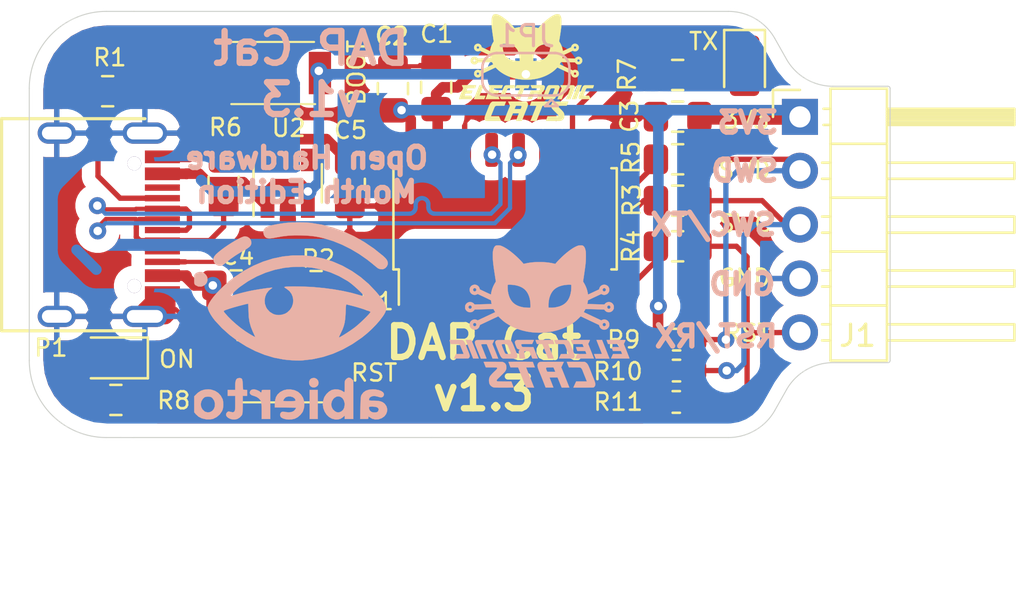
<source format=kicad_pcb>
(kicad_pcb (version 20221018) (generator pcbnew)
  (title_block (title "CMSIS DAP Cat") (date "2020-08-08") (rev "1.0") (company "Electronic Cats") (comment 1 "Ricardo Mena C rgacort12@gmail.com") (comment 2 "Felipe Islas") (comment 3 "Eduaro Wero") (comment 4 "Andres Sabas"))
  (layers (0 "F.Cu" signal) (31 "B.Cu" signal) (34 "B.Paste" user) (35 "F.Paste" user) (36 "B.SilkS" user "B.Silkscreen") (37 "F.SilkS" user "F.Silkscreen") (38 "B.Mask" user) (39 "F.Mask" user) (44 "Edge.Cuts" user))
  (net 0 "")
  (net 1 "GND")
  (net 2 "+5V")
  (net 3 "+3V3")
  (net 4 "Net-(D1-Pad2)")
  (net 5 "Net-(D2-Pad2)")
  (net 6 "/RESET")
  (net 7 "/SWCLK")
  (net 8 "/SWDIO")
  (net 9 "Net-(P1-PadB5)")
  (net 10 "/D+")
  (net 11 "/D-")
  (net 12 "Net-(P1-PadA5)")
  (net 13 "Net-(R3-Pad2)")
  (net 14 "Net-(R4-Pad2)")
  (net 15 "Net-(R5-Pad2)")
  (net 16 "Net-(R6-Pad2)")
  (net 17 "/LED")
  (net 18 "/RST")
  (net 19 "Net-(U1-Pad11)")
  (net 20 "Net-(U1-Pad9)")
  (net 21 "Net-(U1-Pad5)")
  (net 22 "Net-(U1-Pad4)")
  (net 23 "Net-(U1-Pad3)")
  (net 24 "Net-(U1-Pad2)")
  (net 25 "Net-(U2-Pad4)")
  (net 26 "Net-(C1-Pad1)")
  (footprint "Resistor_SMD:R_0805_2012Metric_Pad1.15x1.40mm_HandSolder" (layer "F.Cu") (at 140.462 70.6882 90)
    (fp_text reference "R6" (at 2.5882 0.088 180) (layer "F.SilkS") (effects (font (size 0.8 0.8) (thickness 0.12))))
    (fp_text value "20K")
    (pad "1" smd roundrect (at -1.025 0 90) (size 1.15 1.4) (layers "F.Cu" "F.Paste" "F.Mask") (roundrect_rratio 0.217391) (net 10 "/D+"))
    (pad "2" smd roundrect (at 1.025 0 90) (size 1.15 1.4) (layers "F.Cu" "F.Paste" "F.Mask") (roundrect_rratio 0.217391) (net 16 "Net-(R6-Pad2)"))
  )
  (footprint "Resistor_SMD:R_0805_2012Metric_Pad1.15x1.40mm_HandSolder" (layer "F.Cu") (at 161.85 73.7108 180)
    (fp_text reference "R4" (at 2.19 -0.0092 90) (layer "F.SilkS") (effects (font (size 0.8 0.8) (thickness 0.12))))
    (fp_text value "150")
    (pad "1" smd roundrect (at -1.025 0 180) (size 1.15 1.4) (layers "F.Cu" "F.Paste" "F.Mask") (roundrect_rratio 0.217391) (net 6 "/RESET"))
    (pad "2" smd roundrect (at 1.025 0 180) (size 1.15 1.4) (layers "F.Cu" "F.Paste" "F.Mask") (roundrect_rratio 0.217391) (net 14 "Net-(R4-Pad2)"))
  )
  (footprint "LED_SMD:LED_0805_2012Metric" (layer "F.Cu") (at 135.20928 78.97368 180)
    (fp_text reference "ON" (at -3.05072 -0.05632) (layer "F.SilkS") (effects (font (size 0.8 0.8) (thickness 0.12))))
    (fp_text value "LED")
    (pad "1" smd roundrect (at -0.9375 0 180) (size 0.975 1.4) (layers "F.Cu" "F.Paste" "F.Mask") (net 1 "GND"))
    (pad "2" smd roundrect (at 0.9375 0 180) (size 0.975 1.4) (layers "F.Cu" "F.Paste" "F.Mask") (net 5 "Net-(D2-Pad2)"))
  )
  (footprint "Resistor_SMD:R_0805_2012Metric_Pad1.15x1.40mm_HandSolder" (layer "F.Cu") (at 161.85 65.6336 180)
    (fp_text reference "R7" (at 2.38 0.0136 90) (layer "F.SilkS") (effects (font (size 0.8 0.8) (thickness 0.12))))
    (fp_text value "1K")
    (pad "1" smd roundrect (at -1.025 0 180) (size 1.15 1.4) (layers "F.Cu" "F.Paste" "F.Mask") (roundrect_rratio 0.217391) (net 4 "Net-(D1-Pad2)"))
    (pad "2" smd roundrect (at 1.025 0 180) (size 1.15 1.4) (layers "F.Cu" "F.Paste" "F.Mask") (roundrect_rratio 0.217391) (net 17 "/LED"))
  )
  (footprint "Resistor_SMD:R_0805_2012Metric_Pad1.15x1.40mm_HandSolder" (layer "F.Cu") (at 135.38708 80.95488)
    (fp_text reference "R8" (at 2.72542 0.0254) (layer "F.SilkS") (effects (font (size 0.8 0.8) (thickness 0.12))))
    (fp_text value "1K")
    (pad "1" smd roundrect (at -1.025 0) (size 1.15 1.4) (layers "F.Cu" "F.Paste" "F.Mask") (roundrect_rratio 0.217391) (net 5 "Net-(D2-Pad2)"))
    (pad "2" smd roundrect (at 1.025 0) (size 1.15 1.4) (layers "F.Cu" "F.Paste" "F.Mask") (roundrect_rratio 0.217391) (net 2 "+5V"))
  )
  (footprint "Resistor_SMD:R_0805_2012Metric_Pad1.15x1.40mm_HandSolder" (layer "F.Cu") (at 135 66.4 180)
    (fp_text reference "R1" (at -0.1 1.59) (layer "F.SilkS") (effects (font (size 0.8 0.8) (thickness 0.12))))
    (fp_text value "5.1K")
    (pad "1" smd roundrect (at -1.025 0 180) (size 1.15 1.4) (layers "F.Cu" "F.Paste" "F.Mask") (roundrect_rratio 0.217391) (net 1 "GND"))
    (pad "2" smd roundrect (at 1.025 0 180) (size 1.15 1.4) (layers "F.Cu" "F.Paste" "F.Mask") (roundrect_rratio 0.217391) (net 12 "Net-(P1-PadA5)"))
  )
  (footprint "Capacitor_SMD:C_0805_2012Metric_Pad1.15x1.40mm_HandSolder" (layer "F.Cu") (at 146.4056 70.7898 -90)
    (fp_text reference "C5" (at -2.5498 -0.0344 180) (layer "F.SilkS") (effects (font (size 0.8 0.8) (thickness 0.12))))
    (fp_text value "1uF")
    (pad "1" smd roundrect (at -1.025 0 270) (size 1.15 1.4) (layers "F.Cu" "F.Paste" "F.Mask") (roundrect_rratio 0.217391) (net 3 "+3V3"))
    (pad "2" smd roundrect (at 1.025 0 270) (size 1.15 1.4) (layers "F.Cu" "F.Paste" "F.Mask") (roundrect_rratio 0.217391) (net 1 "GND"))
  )
  (footprint "LED_SMD:LED_0805_2012Metric" (layer "F.Cu") (at 165 65.2 -90)
    (fp_text reference "TX" (at -1.15 1.925 180) (layer "F.SilkS") (effects (font (size 0.8 0.8) (thickness 0.12))))
    (fp_text value "LED")
    (pad "1" smd roundrect (at -0.9375 0 270) (size 0.975 1.4) (layers "F.Cu" "F.Paste" "F.Mask") (net 1 "GND"))
    (pad "2" smd roundrect (at 0.9375 0 270) (size 0.975 1.4) (layers "F.Cu" "F.Paste" "F.Mask") (net 4 "Net-(D1-Pad2)"))
  )
  (footprint "Resistor_SMD:R_0805_2012Metric_Pad1.15x1.40mm_HandSolder" (layer "F.Cu") (at 161.85 71.56 180)
    (fp_text reference "R3" (at 2.16 0.02 90) (layer "F.SilkS") (effects (font (size 0.8 0.8) (thickness 0.12))))
    (fp_text value "150")
    (pad "1" smd roundrect (at -1.025 0 180) (size 1.15 1.4) (layers "F.Cu" "F.Paste" "F.Mask") (roundrect_rratio 0.217391) (net 7 "/SWCLK"))
    (pad "2" smd roundrect (at 1.025 0 180) (size 1.15 1.4) (layers "F.Cu" "F.Paste" "F.Mask") (roundrect_rratio 0.217391) (net 13 "Net-(R3-Pad2)"))
  )
  (footprint "Capacitor_SMD:C_0805_2012Metric_Pad1.15x1.40mm_HandSolder" (layer "F.Cu") (at 141.04874 75.55484)
    (fp_text reference "C4" (at 0.07626 -1.37984) (layer "F.SilkS") (effects (font (size 0.8 0.8) (thickness 0.12))))
    (fp_text value "1uF")
    (pad "1" smd roundrect (at -1.025 0) (size 1.15 1.4) (layers "F.Cu" "F.Paste" "F.Mask") (roundrect_rratio 0.217391) (net 2 "+5V"))
    (pad "2" smd roundrect (at 1.025 0) (size 1.15 1.4) (layers "F.Cu" "F.Paste" "F.Mask") (roundrect_rratio 0.217391) (net 1 "GND"))
  )
  (footprint "Connectors:C393939" (layer "F.Cu") (at 136.7536 72.6948 -90)
    (fp_text reference "P1" (at 5.8039 4.42722 180) (layer "F.SilkS") (effects (font (size 0.8 0.8) (thickness 0.12))))
    (fp_text value "USB_C_Plug_USB2.0")
    (pad "" thru_hole circle (at -2.89 0.5 270) (size 0.65 0.65) (drill 0.65) (layers "*.Cu" "*.Mask"))
    (pad "" thru_hole circle (at 2.89 0.5 270) (size 0.65 0.65) (drill 0.65) (layers "*.Cu" "*.Mask"))
    (pad "A1" smd rect (at -3.2 -0.825 270) (size 0.6 1.65) (layers "F.Cu" "F.Paste" "F.Mask") (net 1 "GND"))
    (pad "A1" smd rect (at 3.2 -0.825 270) (size 0.6 1.65) (layers "F.Cu" "F.Paste" "F.Mask") (net 1 "GND"))
    (pad "A4" smd rect (at -2.4 -0.825 270) (size 0.6 1.65) (layers "F.Cu" "F.Paste" "F.Mask") (net 2 "+5V"))
    (pad "A4" smd rect (at 2.4 -0.825 270) (size 0.6 1.65) (layers "F.Cu" "F.Paste" "F.Mask") (net 2 "+5V"))
    (pad "A5" smd rect (at -1.25 -0.825 270) (size 0.3 1.65) (layers "F.Cu" "F.Paste" "F.Mask") (net 12 "Net-(P1-PadA5)"))
    (pad "A6" smd rect (at -0.25 -0.825 270) (size 0.3 1.65) (layers "F.Cu" "F.Paste" "F.Mask") (net 10 "/D+"))
    (pad "A6" smd rect (at 0.75 -0.825 270) (size 0.3 1.65) (layers "F.Cu" "F.Paste" "F.Mask") (net 10 "/D+"))
    (pad "A7" smd rect (at -0.75 -0.825 270) (size 0.3 1.65) (layers "F.Cu" "F.Paste" "F.Mask") (net 11 "/D-"))
    (pad "A7" smd rect (at 0.25 -0.825 270) (size 0.3 1.65) (layers "F.Cu" "F.Paste" "F.Mask") (net 11 "/D-"))
    (pad "A8" smd rect (at -1.75 -0.825 270) (size 0.3 1.65) (layers "F.Cu" "F.Paste" "F.Mask"))
    (pad "B5" smd rect (at 1.75 -0.825 270) (size 0.3 1.65) (layers "F.Cu" "F.Paste" "F.Mask") (net 9 "Net-(P1-PadB5)"))
    (pad "B8" smd rect (at 1.25 -0.825 270) (size 0.3 1.65) (layers "F.Cu" "F.Paste" "F.Mask"))
    (pad "S1" thru_hole oval (at -4.32 0 270) (size 1 2.1) (drill oval 0.6 1.7) (layers "*.Cu" "*.Mask") (net 1 "GND"))
    (pad "S1" thru_hole oval (at -4.32 4.15 270) (size 1 1.8) (drill oval 0.6 1.4) (layers "*.Cu" "*.Mask") (net 1 "GND"))
    (pad "S1" thru_hole oval (at 4.32 0 270) (size 1 2.1) (drill oval 0.6 1.7) (layers "*.Cu" "*.Mask") (net 1 "GND"))
    (pad "S1" thru_hole oval (at 4.32 4.15 270) (size 1 1.8) (drill oval 0.6 1.4) (layers "*.Cu" "*.Mask") (net 1 "GND"))
  )
  (footprint "Resistor_SMD:R_0805_2012Metric_Pad1.15x1.40mm_HandSolder" (layer "F.Cu") (at 144.8181 75.58786)
    (fp_text reference "R2" (at 0.1069 -1.28786) (layer "F.SilkS") (effects (font (size 0.8 0.8) (thickness 0.12))))
    (fp_text value "5.1K")
    (pad "1" smd roundrect (at -1.025 0) (size 1.15 1.4) (layers "F.Cu" "F.Paste" "F.Mask") (roundrect_rratio 0.217391) (net 1 "GND"))
    (pad "2" smd roundrect (at 1.025 0) (size 1.15 1.4) (layers "F.Cu" "F.Paste" "F.Mask") (roundrect_rratio 0.217391) (net 9 "Net-(P1-PadB5)"))
  )
  (footprint "Aesthetics:electronic_cats_logo_4x3" (layer "F.Cu") (at 154.72664 65.28562)
    (fp_text reference "G***" hide)
    (fp_text value "LOGO" hide)
  )
  (footprint "Capacitor_SMD:C_0805_2012Metric_Pad1.15x1.40mm_HandSolder" (layer "F.Cu") (at 150.47468 66.2178 90)
    (fp_text reference "C1" (at 2.5146 0.0254 180) (layer "F.SilkS") (effects (font (size 0.8 0.8) (thickness 0.12))))
    (fp_text value "0.1uF")
    (pad "1" smd roundrect (at -1.025 0 90) (size 1.15 1.4) (layers "F.Cu" "F.Paste" "F.Mask") (roundrect_rratio 0.217391) (net 26 "Net-(C1-Pad1)"))
    (pad "2" smd roundrect (at 1.025 0 90) (size 1.15 1.4) (layers "F.Cu" "F.Paste" "F.Mask") (roundrect_rratio 0.217391) (net 1 "GND"))
  )
  (footprint "Capacitor_SMD:C_0805_2012Metric_Pad1.15x1.40mm_HandSolder" (layer "F.Cu") (at 148.4376 66.27738 90)
    (fp_text reference "C2" (at 2.4638 -0.0508 180) (layer "F.SilkS") (effects (font (size 0.8 0.8))))
    (fp_text value "0.1uF")
    (pad "1" smd roundrect (at -1.025 0 90) (size 1.15 1.4) (layers "F.Cu" "F.Paste" "F.Mask") (roundrect_rratio 0.217391) (net 3 "+3V3"))
    (pad "2" smd roundrect (at 1.025 0 90) (size 1.15 1.4) (layers "F.Cu" "F.Paste" "F.Mask") (roundrect_rratio 0.217391) (net 1 "GND"))
  )
  (footprint "Package_SO:SOP-16_4.55x10.3mm_P1.27mm" (layer "F.Cu") (at 153.7208 72.4154 90)
    (fp_text reference "U1" (at -3.89382 -6.04266 180) (layer "F.SilkS") (effects (font (size 0.8 0.8) (thickness 0.12))))
    (fp_text value "CH552G")
    (pad "1" smd roundrect (at -3.25 -4.445 90) (size 1.6 0.6) (layers "F.Cu" "F.Paste" "F.Mask") (net 15 "Net-(R5-Pad2)"))
    (pad "2" smd roundrect (at -3.25 -3.175 90) (size 1.6 0.6) (layers "F.Cu" "F.Paste" "F.Mask") (net 24 "Net-(U1-Pad2)"))
    (pad "3" smd roundrect (at -3.25 -1.905 90) (size 1.6 0.6) (layers "F.Cu" "F.Paste" "F.Mask") (net 23 "Net-(U1-Pad3)"))
    (pad "4" smd roundrect (at -3.25 -0.635 90) (size 1.6 0.6) (layers "F.Cu" "F.Paste" "F.Mask") (net 22 "Net-(U1-Pad4)"))
    (pad "5" smd roundrect (at -3.25 0.635 90) (size 1.6 0.6) (layers "F.Cu" "F.Paste" "F.Mask") (net 21 "Net-(U1-Pad5)"))
    (pad "6" smd roundrect (at -3.25 1.905 90) (size 1.6 0.6) (layers "F.Cu" "F.Paste" "F.Mask") (net 18 "/RST"))
    (pad "7" smd roundrect (at -3.25 3.175 90) (size 1.6 0.6) (layers "F.Cu" "F.Paste" "F.Mask") (net 13 "Net-(R3-Pad2)"))
    (pad "8" smd roundrect (at -3.25 4.445 90) (size 1.6 0.6) (layers "F.Cu" "F.Paste" "F.Mask") (net 14 "Net-(R4-Pad2)"))
    (pad "9" smd roundrect (at 3.25 4.445 90) (size 1.6 0.6) (layers "F.Cu" "F.Paste" "F.Mask") (net 20 "Net-(U1-Pad9)"))
    (pad "10" smd roundrect (at 3.25 3.175 90) (size 1.6 0.6) (layers "F.Cu" "F.Paste" "F.Mask") (net 17 "/LED"))
    (pad "11" smd roundrect (at 3.25 1.905 90) (size 1.6 0.6) (layers "F.Cu" "F.Paste" "F.Mask") (net 19 "Net-(U1-Pad11)"))
    (pad "12" smd roundrect (at 3.25 0.635 90) (size 1.6 0.6) (layers "F.Cu" "F.Paste" "F.Mask") (net 10 "/D+"))
    (pad "13" smd roundrect (at 3.25 -0.635 90) (size 1.6 0.6) (layers "F.Cu" "F.Paste" "F.Mask") (net 11 "/D-"))
    (pad "14" smd roundrect (at 3.25 -1.905 90) (size 1.6 0.6) (layers "F.Cu" "F.Paste" "F.Mask") (net 1 "GND"))
    (pad "15" smd roundrect (at 3.25 -3.175 90) (size 1.6 0.6) (layers "F.Cu" "F.Paste" "F.Mask") (net 26 "Net-(C1-Pad1)"))
    (pad "16" smd roundrect (at 3.25 -4.445 90) (size 1.6 0.6) (layers "F.Cu" "F.Paste" "F.Mask") (net 3 "+3V3"))
  )
  (footprint "KiCad:TS1088R02026" (layer "F.Cu") (at 143.10868 79.6036)
    (fp_text reference "RST" (at 4.44132 0.0714) (layer "F.SilkS") (effects (font (size 0.8 0.8) (thickness 0.12))))
    (fp_text value "RST" hide)
    (pad "1" smd rect (at -2.225 0) (size 1.05 2) (layers "F.Cu" "F.Paste" "F.Mask") (net 2 "+5V"))
    (pad "2" smd rect (at 2.225 0) (size 1.05 2) (layers "F.Cu" "F.Paste" "F.Mask") (net 18 "/RST"))
  )
  (footprint "KiCad:TS1088R02026" (layer "F.Cu") (at 142.7734 65.54216 180)
    (fp_text reference "BOOT" (at -3.9516 0.01716 90) (layer "F.SilkS") (effects (font (size 0.8 0.8) (thickness 0.12))))
    (fp_text value "BOOT" hide)
    (pad "1" smd rect (at -2.225 0 180) (size 1.05 2) (layers "F.Cu" "F.Paste" "F.Mask") (net 2 "+5V"))
    (pad "2" smd rect (at 2.225 0 180) (size 1.05 2) (layers "F.Cu" "F.Paste" "F.Mask") (net 16 "Net-(R6-Pad2)"))
  )
  (footprint "Resistor_SMD:R_0603_1608Metric_Pad1.05x0.95mm_HandSolder" (layer "F.Cu") (at 161.785 81.05 180)
    (fp_text reference "R11" (at 2.735 0) (layer "F.SilkS") (effects (font (size 0.8 0.8) (thickness 0.12))))
    (fp_text value "70")
    (pad "1" smd roundrect (at -0.875 0 180) (size 1.05 0.95) (layers "F.Cu" "F.Paste" "F.Mask") (net 6 "/RESET"))
    (pad "2" smd roundrect (at 0.875 0 180) (size 1.05 0.95) (layers "F.Cu" "F.Paste" "F.Mask") (net 3 "+3V3"))
  )
  (footprint "Package_TO_SOT_SMD:SOT-23-5" (layer "F.Cu") (at 143.48 70.74 90)
    (fp_text reference "U2" (at 2.6 0.05 180) (layer "F.SilkS") (effects (font (size 0.8 0.8) (thickness 0.12))))
    (fp_text value "AP2112K-3.3")
    (pad "1" smd rect (at -1.1 -0.95 90) (size 1.06 0.65) (layers "F.Cu" "F.Paste" "F.Mask") (net 2 "+5V"))
    (pad "2" smd rect (at -1.1 0 90) (size 1.06 0.65) (layers "F.Cu" "F.Paste" "F.Mask") (net 1 "GND"))
    (pad "3" smd rect (at -1.1 0.95 90) (size 1.06 0.65) (layers "F.Cu" "F.Paste" "F.Mask") (net 2 "+5V"))
    (pad "4" smd rect (at 1.1 0.95 90) (size 1.06 0.65) (layers "F.Cu" "F.Paste" "F.Mask") (net 25 "Net-(U2-Pad4)"))
    (pad "5" smd rect (at 1.1 -0.95 90) (size 1.06 0.65) (layers "F.Cu" "F.Paste" "F.Mask") (net 3 "+3V3"))
  )
  (footprint "Capacitor_SMD:C_0805_2012Metric_Pad1.15x1.40mm_HandSolder" (layer "F.Cu") (at 161.85 67.6 180)
    (fp_text reference "C3" (at 2.27 0.02 270) (layer "F.SilkS") (effects (font (size 0.8 0.8) (thickness 0.12))))
    (fp_text value "0.1uF")
    (pad "1" smd roundrect (at -1.025 0 180) (size 1.15 1.4) (layers "F.Cu" "F.Paste" "F.Mask") (roundrect_rratio 0.217391) (net 3 "+3V3"))
    (pad "2" smd roundrect (at 1.025 0 180) (size 1.15 1.4) (layers "F.Cu" "F.Paste" "F.Mask") (roundrect_rratio 0.217391) (net 1 "GND"))
  )
  (footprint "Resistor_SMD:R_0805_2012Metric_Pad1.15x1.40mm_HandSolder" (layer "F.Cu") (at 161.85 69.61 180)
    (fp_text reference "R5" (at 2.2 0.085 90) (layer "F.SilkS") (effects (font (size 0.8 0.8) (thickness 0.12))))
    (fp_text value "150")
    (pad "1" smd roundrect (at -1.025 0 180) (size 1.15 1.4) (layers "F.Cu" "F.Paste" "F.Mask") (roundrect_rratio 0.217391) (net 8 "/SWDIO"))
    (pad "2" smd roundrect (at 1.025 0 180) (size 1.15 1.4) (layers "F.Cu" "F.Paste" "F.Mask") (roundrect_rratio 0.217391) (net 15 "Net-(R5-Pad2)"))
  )
  (footprint "Connector_PinHeader_2.54mm:PinHeader_1x05_P2.54mm_Horizontal" (layer "F.Cu") (at 167.61 67.61)
    (fp_text reference "J1" (at 2.715 10.315) (layer "F.SilkS"))
    (fp_text value "DEBUG_OUTPUT")
    (pad "1" thru_hole rect (at 0 0) (size 1.7 1.7) (drill 1) (layers "*.Cu" "*.Mask") (net 3 "+3V3"))
    (pad "2" thru_hole oval (at 0 2.54) (size 1.7 1.7) (drill 1) (layers "*.Cu" "*.Mask") (net 8 "/SWDIO"))
    (pad "3" thru_hole oval (at 0 5.08) (size 1.7 1.7) (drill 1) (layers "*.Cu" "*.Mask") (net 7 "/SWCLK"))
    (pad "4" thru_hole oval (at 0 7.62) (size 1.7 1.7) (drill 1) (layers "*.Cu" "*.Mask") (net 1 "GND"))
    (pad "5" thru_hole oval (at 0 10.16) (size 1.7 1.7) (drill 1) (layers "*.Cu" "*.Mask") (net 6 "/RESET"))
  )
  (footprint "Resistor_SMD:R_0603_1608Metric_Pad1.05x0.95mm_HandSolder" (layer "F.Cu") (at 161.795 79.57 180)
    (fp_text reference "R10" (at 2.755 -0.04) (layer "F.SilkS") (effects (font (size 0.8 0.8) (thickness 0.12))))
    (fp_text value "70")
    (pad "1" smd roundrect (at -0.875 0 180) (size 1.05 0.95) (layers "F.Cu" "F.Paste" "F.Mask") (net 7 "/SWCLK"))
    (pad "2" smd roundrect (at 0.875 0 180) (size 1.05 0.95) (layers "F.Cu" "F.Paste" "F.Mask") (net 3 "+3V3"))
  )
  (footprint "Resistor_SMD:R_0603_1608Metric_Pad1.05x0.95mm_HandSolder" (layer "F.Cu") (at 161.8 78.11 180)
    (fp_text reference "R9" (at 2.49 0) (layer "F.SilkS") (effects (font (size 0.8 0.8) (thickness 0.12))))
    (fp_text value "70")
    (pad "1" smd roundrect (at -0.875 0 180) (size 1.05 0.95) (layers "F.Cu" "F.Paste" "F.Mask") (net 8 "/SWDIO"))
    (pad "2" smd roundrect (at 0.875 0 180) (size 1.05 0.95) (layers "F.Cu" "F.Paste" "F.Mask") (net 3 "+3V3"))
  )
  (footprint "Aesthetics:electronic_cats_logo_8x6" (layer "B.Cu") (at 155.34 77.02 180)
    (fp_text reference "G***" hide)
    (fp_text value "LOGO" hide)
  )
  (footprint "Jumper:SolderJumper-3_P1.3mm_Bridged12_RoundedPad1.0x1.5mm" (layer "B.Cu") (at 154.7 65.6 180)
    (fp_text reference "JP1" (at 0 1.8) (layer "B.SilkS") (effects (justify mirror)))
    (fp_text value "Jumper")
    (fp_poly (pts (xy -0.9 0.3) (xy -0.4 0.3) (xy -0.4 -0.3) (xy -0.9 -0.3)) (fill solid) (layer "B.Cu"))
    (pad "1" smd custom (at -1.3 0 180) (size 1 0.5) (layers "B.Cu" "B.Mask") (net 3 "+3V3") (options (clearance outline) (anchor rect)) (primitives (gr_circle (center 0 -0.25) (end 0.5 -0.25) (width 0) (fill yes)) (gr_circle (center 0 0.25) (end 0.5 0.25) (width 0) (fill yes)) (gr_poly (pts (xy 0.55 0.75) (xy 0 0.75) (xy 0 -0.75) (xy 0.55 -0.75)) (width 0) (fill yes))))
    (pad "2" smd rect (at 0 0 180) (size 1 1.5) (layers "B.Cu" "B.Mask") (net 26 "Net-(C1-Pad1)"))
    (pad "3" smd custom (at 1.3 0 180) (size 1 0.5) (layers "B.Cu" "B.Mask") (net 2 "+5V") (options (clearance outline) (anchor rect)) (primitives (gr_circle (center 0 -0.25) (end 0.5 -0.25) (width 0) (fill yes)) (gr_circle (center 0 0.25) (end 0.5 0.25) (width 0) (fill yes)) (gr_poly (pts (xy -0.55 0.75) (xy 0 0.75) (xy 0 -0.75) (xy -0.55 -0.75)) (width 0) (fill yes))))
  )
  (footprint "Aesthetics:abierto" (layer "B.Cu") (at 143.65 77.23 180)
    (fp_text reference "G***" hide)
    (fp_text value "LOGO" hide)
  )
  (gr_line (start 150.236401 82.727286) (end 164.236401 82.727286) (stroke (width 0.05)) (layer "Edge.Cuts"))
  (gr_arc (start 171.8564 79.0956) (mid 171.826642 79.167442) (end 171.7548 79.1972) (stroke (width 0.05)) (layer "Edge.Cuts"))
  (gr_line (start 171.7548 79.1972) (end 169.164 79.1972) (stroke (width 0.05)) (layer "Edge.Cuts"))
  (gr_line (start 150.2364 62.6364) (end 164.2364 62.6364) (stroke (width 0.05)) (layer "Edge.Cuts"))
  (gr_line (start 136.2364 62.6364) (end 150.2364 62.6364) (stroke (width 0.05)) (layer "Edge.Cuts"))
  (gr_line (start 136.236401 82.727286) (end 150.236401 82.727286) (stroke (width 0.05)) (layer "Edge.Cuts"))
  (gr_arc (start 134.940041 82.727286) (mid 132.371688 81.663439) (end 131.307841 79.095086) (stroke (width 0.05)) (layer "Edge.Cuts"))
  (gr_arc (start 166.979601 80.466686) (mid 167.900751 79.537618) (end 169.164 79.1972) (stroke (width 0.05)) (layer "Edge.Cuts"))
  (gr_arc (start 164.236401 62.636914) (mid 165.49965 62.977333) (end 166.4208 63.9064) (stroke (width 0.05)) (layer "Edge.Cuts"))
  (gr_line (start 166.9796 80.4672) (end 166.4208 81.4578) (stroke (width 0.05)) (layer "Edge.Cuts"))
  (gr_arc (start 166.4208 81.4578) (mid 165.49965 82.386868) (end 164.236401 82.727286) (stroke (width 0.05)) (layer "Edge.Cuts"))
  (gr_line (start 131.30784 66.2686) (end 131.307841 79.095086) (stroke (width 0.05)) (layer "Edge.Cuts"))
  (gr_line (start 136.23544 82.7278) (end 134.940041 82.727286) (stroke (width 0.05)) (layer "Edge.Cuts"))
  (gr_line (start 171.8564 66.2686) (end 171.8564 79.0956) (stroke (width 0.05)) (layer "Edge.Cuts"))
  (gr_line (start 166.9796 64.897) (end 166.4208 63.9064) (stroke (width 0.05)) (layer "Edge.Cuts"))
  (gr_line (start 136.23544 62.6364) (end 134.94004 62.6364) (stroke (width 0.05)) (layer "Edge.Cuts"))
  (gr_arc (start 169.164 66.167) (mid 167.900751 65.826581) (end 166.979601 64.897514) (stroke (width 0.05)) (layer "Edge.Cuts"))
  (gr_arc (start 171.7548 66.167) (mid 171.826642 66.196758) (end 171.8564 66.2686) (stroke (width 0.05)) (layer "Edge.Cuts"))
  (gr_line (start 171.7548 66.167) (end 169.164 66.167) (stroke (width 0.05)) (layer "Edge.Cuts"))
  (gr_arc (start 131.30784 66.2686) (mid 132.371687 63.700247) (end 134.94004 62.6364) (stroke (width 0.05)) (layer "Edge.Cuts"))
  (gr_text "3V3" (at 165.14 67.88) (layer "B.SilkS") (effects (font (size 1 1) (thickness 0.25)) (justify mirror)))
  (gr_text "RST/RX" (at 163.66 77.96) (layer "B.SilkS") (effects (font (size 1 1) (thickness 0.25)) (justify mirror)))
  (gr_text "DAP Cat\nv1.3" (at 144.58 65.59) (layer "B.SilkS") (effects (font (size 1.5 1.5) (thickness 0.3)) (justify mirror)))
  (gr_text "SWC/TX" (at 163.53 72.7) (layer "B.SilkS") (effects (font (size 1 1) (thickness 0.25)) (justify mirror)))
  (gr_text "GND" (at 164.89 75.5) (layer "B.SilkS") (effects (font (size 1 1) (thickness 0.25)) (justify mirror)))
  (gr_text "Open Hardware\nMonth Edition" (at 144.37 70.35) (layer "B.SilkS") (effects (font (size 1 1) (thickness 0.25)) (justify mirror)))
  (gr_text "SWD" (at 165.01 70.15) (layer "B.SilkS") (effects (font (size 1 1) (thickness 0.25)) (justify mirror)))
  (gr_text "3V3" (at 165.07 67.76) (layer "F.SilkS") (effects (font (size 0.8 0.8) (thickness 0.12))))
  (gr_text "SWD" (at 165 70.12) (layer "F.SilkS") (effects (font (size 0.8 0.8) (thickness 0.12))))
  (gr_text "SWC" (at 165.02 72.64) (layer "F.SilkS") (effects (font (size 0.8 0.8) (thickness 0.12))))
  (gr_text "GND" (at 165 75.2) (layer "F.SilkS") (effects (font (size 0.8 0.8) (thickness 0.12))))
  (gr_text "RST" (at 165.13 77.8) (layer "F.SilkS") (effects (font (size 0.8 0.8) (thickness 0.12))))
  (gr_text "DAP Cat\nv1.3" (at 152.71 79.46) (layer "F.SilkS") (effects (font (size 1.5 1.5) (thickness 0.3))))
  (segment (start 158.85414 70.91586) (end 158.9262 70.91586) (width 0.5) (layer "F.Cu") (net 1))
  (segment (start 158.91581 70.03359) (end 158.91581 70.05899) (width 0.5) (layer "F.Cu") (net 1))
  (segment (start 136.7536 77.0148) (end 138.2883 77.0148) (width 0.2) (layer "F.Cu") (net 1))
  (segment (start 158.85414 70.12066) (end 158.85414 70.88124) (width 0.5) (layer "F.Cu") (net 1))
  (segment (start 158.9262 70.91586) (end 159.49 70.35206) (width 0.5) (layer "F.Cu") (net 1))
  (segment (start 158.91581 68.08419) (end 158.91581 68.45581) (width 0.5) (layer "F.Cu") (net 1))
  (segment (start 139.04976 68.8848) (end 138.8491 68.68414) (width 0.5) (layer "F.Cu") (net 1))
  (segment (start 159.49 70.35206) (end 159.49 68.98) (width 0.5) (layer "F.Cu") (net 1))
  (segment (start 138.3665 76.9366) (end 138.3665 76.83754) (width 0.2) (layer "F.Cu") (net 1))
  (segment (start 158.91581 70.05899) (end 158.85414 70.12066) (width 0.5) (layer "F.Cu") (net 1))
  (segment (start 158.85414 70.91586) (end 157.22 72.55) (width 0.5) (layer "F.Cu") (net 1))
  (segment (start 158.91581 70.03359) (end 158.91581 70.43095) (width 0.5) (layer "F.Cu") (net 1))
  (segment (start 158.91581 70.43095) (end 158.42234 70.92442) (width 0.5) (layer "F.Cu") (net 1))
  (segment (start 143.48714 72.93102) (end 143.332582 72.93102) (width 0.75) (layer "F.Cu") (net 1))
  (segment (start 136.7536 77.0148) (end 137.7041 77.0148) (width 0.75) (layer "F.Cu") (net 1))
  (segment (start 137.7041 77.0148) (end 137.8204 76.8985) (width 0.75) (layer "F.Cu") (net 1))
  (segment (start 137.653601 75.969801) (end 137.503599 75.969801) (width 0.75) (layer "F.Cu") (net 1))
  (segment (start 143.4846 71.839) (end 143.4846 71.98614) (width 0.75) (layer "F.Cu") (net 1))
  (segment (start 159.44 68.98) (end 158.91581 68.45581) (width 0.5) (layer "F.Cu") (net 1))
  (segment (start 136.7536 76.7198) (end 136.7536 77.0148) (width 0.75) (layer "F.Cu") (net 1))
  (segment (start 137.8204 76.1366) (end 137.653601 75.969801) (width 0.75) (layer "F.Cu") (net 1))
  (segment (start 138.3665 76.83754) (end 138.20394 76.67498) (width 0.2) (layer "F.Cu") (net 1))
  (segment (start 158.85414 70.88124) (end 158.85414 70.98792) (width 0.5) (layer "F.Cu") (net 1))
  (segment (start 143.48714 71.98868) (end 143.48714 72.43318) (width 0.75) (layer "F.Cu") (net 1))
  (segment (start 143.332582 72.93102) (end 142.862682 73.40092) (width 0.75) (layer "F.Cu") (net 1))
  (segment (start 158.85414 70.88124) (end 158.85414 70.90586) (width 0.25) (layer "F.Cu") (net 1))
  (segment (start 137.8204 76.8985) (end 137.8204 76.1366) (width 0.75) (layer "F.Cu") (net 1))
  (segment (start 158.85414 70.88124) (end 158.85414 70.91586) (width 0.5) (layer "F.Cu") (net 1))
  (segment (start 159.49 68.98) (end 159.44 68.98) (width 0.5) (layer "F.Cu") (net 1))
  (segment (start 159.4 67.6) (end 158.91581 68.08419) (width 0.5) (layer "F.Cu") (net 1))
  (segment (start 138.8487 69.4948) (end 139.04976 69.29374) (width 0.5) (layer "F.Cu") (net 1))
  (segment (start 137.5786 75.8948) (end 138.0948 75.8948) (width 0.5) (layer "F.Cu") (net 1))
  (segment (start 137.5786 69.4948) (end 138.8487 69.4948) (width 0.5) (layer "F.Cu") (net 1))
  (segment (start 143.48714 72.43318) (end 143.48714 72.781542) (width 0.75) (layer "F.Cu") (net 1))
  (segment (start 139.04976 69.29374) (end 139.04976 68.8848) (width 0.5) (layer "F.Cu") (net 1))
  (segment (start 137.503599 75.969801) (end 136.7536 76.7198) (width 0.75) (layer "F.Cu") (net 1))
  (segment (start 143.48714 72.43318) (end 143.48714 72.93102) (width 0.75) (layer "F.Cu") (net 1))
  (segment (start 159.975 67.6) (end 159.4 67.6) (width 0.5) (layer "F.Cu") (net 1))
  (segment (start 138.2883 77.0148) (end 138.3665 76.9366) (width 0.2) (layer "F.Cu") (net 1))
  (segment (start 143.4846 71.98614) (end 143.48714 71.98868) (width 0.75) (layer "F.Cu") (net 1))
  (segment (start 143.48714 72.781542) (end 143.933798 73.2282) (width 0.75) (layer "F.Cu") (net 1))
  (segment (start 158.91581 68.45581) (end 158.91581 70.03359) (width 0.5) (layer "F.Cu") (net 1))
  (segment (start 157.22 72.55) (end 156.61 72.55) (width 0.5) (layer "F.Cu") (net 1))
  (segment (start 144.4346 71.123998) (end 144.4346 71.839) (width 0.5) (layer "F.Cu") (net 2))
  (segment (start 139.954 75.55484) (end 140.02374 75.55484) (width 0.5) (layer "F.Cu") (net 2))
  (segment (start 139.29868 70.28688) (end 139.7 70.6882) (width 0.5) (layer "F.Cu") (net 2))
  (segment (start 140.88368 79.6036) (end 140.88368 77.95772) (width 0.75) (layer "F.Cu") (net 2))
  (segment (start 144.090242 70.77964) (end 144.4346 71.123998) (width 0.5) (layer "F.Cu") (net 2))
  (segment (start 140.88368 80.48748) (end 140.88368 79.6036) (width 0.75) (layer "F.Cu") (net 2))
  (segment (start 138.721522 70.28688) (end 138.713602 70.2948) (width 0.5) (layer "F.Cu") (net 2))
  (segment (start 138.713602 75.188202) (end 139.08024 75.55484) (width 0.5) (layer "F.Cu") (net 2))
  (segment (start 139.08024 75.55484) (end 139.954 75.55484) (width 0.5) (layer "F.Cu") (net 2))
  (segment (start 136.41208 80.95488) (end 140.41628 80.95488) (width 0.75) (layer "F.Cu") (net 2))
  (segment (start 137.5786 75.0948) (end 138.713602 75.0948) (width 0.5) (layer "F.Cu") (net 2))
  (segment (start 141.79285 71.09725) (end 142.5346 71.839) (width 0.5) (layer "F.Cu") (net 2))
  (segment (start 142.5346 71.839) (end 142.5346 71.123998) (width 0.5) (layer "F.Cu") (net 2))
  (segment (start 142.878958 70.77964) (end 144.090242 70.77964) (width 0.5) (layer "F.Cu") (net 2))
  (segment (start 137.5786 75.0948) (end 138.1052 75.0948) (width 0.5) (layer "F.Cu") (net 2))
  (segment (start 141.819598 71.123998) (end 141.79285 71.09725) (width 0.5) (layer "F.Cu") (net 2))
  (segment (start 142.5346 71.123998) (end 141.819598 71.123998) (width 0.5) (layer "F.Cu") (net 2))
  (segment (start 137.5786 70.2948) (end 138.713602 70.2948) (width 0.5) (layer "F.Cu") (net 2))
  (segment (start 139.7 70.6882) (end 141.3838 70.6882) (width 0.5) (layer "F.Cu") (net 2))
  (segment (start 142.5346 71.123998) (end 142.878958 70.77964) (width 0.5) (layer "F.Cu") (net 2))
  (segment (start 144.4346 71.123998) (end 144.4346 71.123998) (width 0.5) (layer "F.Cu") (net 2))
  (segment (start 140.41628 80.95488) (end 140.88368 80.48748) (width 0.75) (layer "F.Cu") (net 2))
  (segment (start 140.88368 77.95772) (end 140.02374 77.09778) (width 0.75) (layer "F.Cu") (net 2))
  (segment (start 138.713602 75.0948) (end 138.713602 75.188202) (width 0.5) (layer "F.Cu") (net 2))
  (segment (start 141.3838 70.6882) (end 141.79285 71.09725) (width 0.5) (layer "F.Cu") (net 2))
  (segment (start 138.1052 75.0948) (end 138.155199 75.044801) (width 0.5) (layer "F.Cu") (net 2))
  (segment (start 139.29868 70.28688) (end 138.721522 70.28688) (width 0.5) (layer "F.Cu") (net 2))
  (segment (start 140.02374 77.09778) (end 140.02374 75.55484) (width 0.75) (layer "F.Cu") (net 2))
  (via (at 139.954 75.55484) (size 0.8) (drill 0.4) (layers "F.Cu" "B.Cu") (net 2))
  (via (at 144.9451 65.44056) (size 0.8) (drill 0.4) (layers "F.Cu" "B.Cu") (net 2))
  (via (at 144.4346 71.123998) (size 0.8) (drill 0.4) (layers "F.Cu" "B.Cu") (net 2))
  (segment (start 145.5 65.6) (end 144.9451 66.1549) (width 0.5) (layer "B.Cu") (net 2))
  (segment (start 144.9451 70.6882) (end 144.9451 69.6214) (width 0.5) (layer "B.Cu") (net 2))
  (segment (start 144.509302 71.123998) (end 144.9451 70.6882) (width 0.5) (layer "B.Cu") (net 2))
  (segment (start 144.9451 68.82638) (end 144.9451 66.1549) (width 0.5) (layer "B.Cu") (net 2))
  (segment (start 139.942758 71.123998) (end 144.4346 71.123998) (width 0.5) (layer "B.Cu") (net 2))
  (segment (start 144.9451 69.6214) (end 144.9451 68.82638) (width 0.5) (layer "B.Cu") (net 2))
  (segment (start 144.9451 66.1549) (end 144.9451 65.44056) (width 0.5) (layer "B.Cu") (net 2))
  (segment (start 139.40282 70.58406) (end 139.942758 71.123998) (width 0.5) (layer "B.Cu") (net 2))
  (segment (start 145.10454 65.6) (end 144.9451 65.44056) (width 0.5) (layer "B.Cu") (net 2))
  (segment (start 144.4346 71.123998) (end 144.509302 71.123998) (width 0.5) (layer "B.Cu") (net 2))
  (segment (start 153.4 65.6) (end 145.7 65.6) (width 0.5) (layer "B.Cu") (net 2))
  (segment (start 134.466779 74.809799) (end 133.53542 73.87844) (width 0.5) (layer "B.Cu") (net 2))
  (segment (start 145.7 65.6) (end 145.5 65.6) (width 0.5) (layer "B.Cu") (net 2))
  (segment (start 145.7 65.6) (end 145.10454 65.6) (width 0.5) (layer "B.Cu") (net 2))
  (segment (start 146.42476 69.7648) (end 148.6764 69.7648) (width 0.5) (layer "F.Cu") (net 3))
  (segment (start 148.844 67.2936) (end 148.844 67.2936) (width 0.5) (layer "F.Cu") (net 3))
  (segment (start 146.4056 69.7648) (end 146.42476 69.7648) (width 0.5) (layer "F.Cu") (net 3))
  (segment (start 142.5346 69.639) (end 142.5346 69.36236) (width 0.5) (layer "F.Cu") (net 3))
  (segment (start 164.61 67.6) (end 167.6 67.6) (width 0.75) (layer "F.Cu") (net 3))
  (segment (start 149.2758 69.1654) (end 149.2758 67.7254) (width 0.5) (layer "F.Cu") (net 3))
  (segment (start 162.875 67.6) (end 167.6 67.6) (width 0.75) (layer "F.Cu") (net 3))
  (segment (start 145.299799 68.658999) (end 146.4056 69.7648) (width 0.5) (layer "F.Cu") (net 3))
  (segment (start 146.3814 69.789) (end 146.4056 69.7648) (width 0.5) (layer "F.Cu") (net 3))
  (segment (start 160.92 81.04) (end 160.91 81.05) (width 0.5) (layer "F.Cu") (net 3))
  (segment (start 160.92 79.57) (end 160.92 81.04) (width 0.5) (layer "F.Cu") (net 3))
  (segment (start 160.925 78.11) (end 160.925 76.545) (width 0.5) (layer "F.Cu") (net 3))
  (segment (start 148.6764 69.7648) (end 149.2758 69.1654) (width 0.5) (layer "F.Cu") (net 3))
  (segment (start 167.6 67.6) (end 167.61 67.61) (width 0.75) (layer "F.Cu") (net 3))
  (segment (start 160.92 79.57) (end 160.92 78.115) (width 0.5) (layer "F.Cu") (net 3))
  (segment (start 149.2758 67.7254) (end 148.844 67.2936) (width 0.5) (layer "F.Cu") (net 3))
  (segment (start 142.5346 69.36236) (end 143.237961 68.658999) (width 0.5) (layer "F.Cu") (net 3))
  (segment (start 143.237961 68.658999) (end 145.299799 68.658999) (width 0.5) (layer "F.Cu") (net 3))
  (segment (start 164.61 67.6) (end 165.2 67.6) (width 0.75) (layer "F.Cu") (net 3))
  (segment (start 164.61 67.6) (end 162.875 67.6) (width 0.5) (layer "F.Cu") (net 3))
  (segment (start 160.925 76.545) (end 160.94 76.53) (width 0.5) (layer "F.Cu") (net 3))
  (segment (start 160.92 78.115) (end 160.925 78.11) (width 0.5) (layer "F.Cu") (net 3))
  (via (at 148.844 67.2936) (size 0.8) (drill 0.4) (layers "F.Cu" "B.Cu") (net 3))
  (via (at 160.94 76.53) (size 0.8) (drill 0.4) (layers "F.Cu" "B.Cu") (net 3))
  (segment (start 155.5064 67.2936) (end 156.4064 67.2936) (width 0.5) (layer "B.Cu") (net 3))
  (segment (start 161.5064 67.2936) (end 162.7064 67.2936) (width 0.5) (layer "B.Cu") (net 3))
  (segment (start 160.94 67.88) (end 160.87 67.88) (width 0.5) (layer "B.Cu") (net 3))
  (segment (start 156 66.8872) (end 156.4064 67.2936) (width 0.5) (layer "B.Cu") (net 3))
  (segment (start 160.94 67.86) (end 161.5064 67.2936) (width 0.5) (layer "B.Cu") (net 3))
  (segment (start 160.6936 67.2936) (end 160.99 67.29) (width 0.5) (layer "B.Cu") (net 3))
  (segment (start 156 65.6) (end 156 66.8872) (width 0.5) (layer "B.Cu") (net 3))
  (segment (start 148.844 67.2936) (end 155.5064 67.2936) (width 0.5) (layer "B.Cu") (net 3))
  (segment (start 160.94 67.34) (end 160.99 67.29) (width 0.5) (layer "B.Cu") (net 3))
  (segment (start 167.2936 67.2936) (end 167.61 67.61) (width 0.5) (layer "B.Cu") (net 3))
  (segment (start 160.87 67.88) (end 160.28 67.29) (width 0.5) (layer "B.Cu") (net 3))
  (segment (start 155.9128 66.8872) (end 155.5064 67.2936) (width 0.5) (layer "B.Cu") (net 3))
  (segment (start 156 66.8872) (end 155.9128 66.8872) (width 0.5) (layer "B.Cu") (net 3))
  (segment (start 162.7064 67.2936) (end 167.2936 67.2936) (width 0.5) (layer "B.Cu") (net 3))
  (segment (start 156.4064 67.2936) (end 160.1064 67.2936) (width 0.5) (layer "B.Cu") (net 3))
  (segment (start 160.94 76.53) (end 160.94 67.88) (width 0.5) (layer "B.Cu") (net 3))
  (segment (start 160.94 67.88) (end 160.94 67.34) (width 0.5) (layer "B.Cu") (net 3))
  (segment (start 160.1064 67.2936) (end 160.28 67.29) (width 0.5) (layer "B.Cu") (net 3))
  (segment (start 160.94 67.88) (end 160.94 67.86) (width 0.5) (layer "B.Cu") (net 3))
  (segment (start 160.28 67.29) (end 160.6936 67.2936) (width 0.5) (layer "B.Cu") (net 3))
  (segment (start 160.99 67.29) (end 161.5064 67.2936) (width 0.5) (layer "B.Cu") (net 3))
  (segment (start 163.3789 66.1375) (end 162.875 65.6336) (width 0.25) (layer "F.Cu") (net 4))
  (segment (start 165 66.1375) (end 163.3789 66.1375) (width 0.25) (layer "F.Cu") (net 4))
  (segment (start 134.36208 80.95488) (end 134.36208 79.06398) (width 0.25) (layer "F.Cu") (net 5))
  (segment (start 134.36208 79.06398) (end 134.27178 78.97368) (width 0.25) (layer "F.Cu") (net 5))
  (segment (start 165.12 77.64) (end 165.12 77.26) (width 0.25) (layer "F.Cu") (net 6))
  (segment (start 164.35 81.05) (end 165.12 80.28) (width 0.25) (layer "F.Cu") (net 6))
  (segment (start 165.25 77.77) (end 165.44 77.79) (width 0.25) (layer "F.Cu") (net 6))
  (segment (start 165.12 80.28) (end 165.12 78.23) (width 0.25) (layer "F.Cu") (net 6))
  (segment (start 165.12 78.23) (end 165.12 77.64) (width 0.25) (layer "F.Cu") (net 6))
  (segment (start 165.12 77.26) (end 165.12 77.47) (width 0.25) (layer "F.Cu") (net 6))
  (segment (start 165.12 78.23) (end 165.12 78.11) (width 0.25) (layer "F.Cu") (net 6))
  (segment (start 165.12 77.47) (end 165.44 77.79) (width 0.25) (layer "F.Cu") (net 6))
  (segment (start 164.6208 73.7108) (end 162.875 73.7108) (width 0.25) (layer "F.Cu") (net 6))
  (segment (start 165.12 74.21) (end 164.6208 73.7108) (width 0.25) (layer "F.Cu") (net 6))
  (segment (start 165.44 77.79) (end 167.61 77.77) (width 0.25) (layer "F.Cu") (net 6))
  (segment (start 165.12 78.11) (end 165.44 77.79) (width 0.25) (layer "F.Cu") (net 6))
  (segment (start 165.12 77.26) (end 165.12 74.21) (width 0.25) (layer "F.Cu") (net 6))
  (segment (start 165.12 77.64) (end 165.25 77.77) (width 0.25) (layer "F.Cu") (net 6))
  (segment (start 162.66 81.05) (end 164.35 81.05) (width 0.25) (layer "F.Cu") (net 6))
  (segment (start 165.83 71.56) (end 166.96 72.69) (width 0.25) (layer "F.Cu") (net 7))
  (segment (start 166.96 72.69) (end 167.61 72.69) (width 0.25) (layer "F.Cu") (net 7))
  (segment (start 164.16 79.57) (end 162.67 79.57) (width 0.25) (layer "F.Cu") (net 7))
  (segment (start 162.875 71.56) (end 165.83 71.56) (width 0.25) (layer "F.Cu") (net 7))
  (via (at 164.16 79.57) (size 0.8) (drill 0.4) (layers "F.Cu" "B.Cu") (net 7))
  (segment (start 164.97 73.19) (end 164.97 79.23) (width 0.25) (layer "B.Cu") (net 7))
  (segment (start 164.97 79.23) (end 164.63 79.57) (width 0.25) (layer "B.Cu") (net 7))
  (segment (start 165.47 72.69) (end 164.97 73.19) (width 0.25) (layer "B.Cu") (net 7))
  (segment (start 167.61 72.69) (end 165.47 72.69) (width 0.25) (layer "B.Cu") (net 7))
  (segment (start 164.63 79.57) (end 164.16 79.57) (width 0.25) (layer "B.Cu") (net 7))
  (segment (start 162.675 78.11) (end 164.12 78.11) (width 0.25) (layer "F.Cu") (net 8))
  (segment (start 162.875 69.61) (end 167.07 69.61) (width 0.25) (layer "F.Cu") (net 8))
  (segment (start 167.07 69.61) (end 167.61 70.15) (width 0.25) (layer "F.Cu") (net 8))
  (via (at 164.12 78.11) (size 0.8) (drill 0.4) (layers "F.Cu" "B.Cu") (net 8))
  (segment (start 164.12 70.71) (end 164.68 70.15) (width 0.25) (layer "B.Cu") (net 8))
  (segment (start 164.12 78.11) (end 164.12 70.71) (width 0.25) (layer "B.Cu") (net 8))
  (segment (start 164.68 70.15) (end 167.61 70.15) (width 0.25) (layer "B.Cu") (net 8))
  (segment (start 141.01318 76.047114) (end 141.742646 76.77658) (width 0.2) (layer "F.Cu") (net 9))
  (segment (start 140.466534 74.4448) (end 141.01318 74.991446) (width 0.2) (layer "F.Cu") (net 9))
  (segment (start 145.8431 76.30022) (end 145.8431 75.58786) (width 0.2) (layer "F.Cu") (net 9))
  (segment (start 138.6536 74.4448) (end 140.466534 74.4448) (width 0.2) (layer "F.Cu") (net 9))
  (segment (start 145.36674 76.77658) (end 145.8431 76.30022) (width 0.2) (layer "F.Cu") (net 9))
  (segment (start 141.01318 74.991446) (end 141.01318 76.047114) (width 0.2) (layer "F.Cu") (net 9))
  (segment (start 141.742646 76.77658) (end 145.36674 76.77658) (width 0.2) (layer "F.Cu") (net 9))
  (segment (start 137.5786 74.4448) (end 138.6536 74.4448) (width 0.25) (layer "F.Cu") (net 9))
  (segment (start 134.78324 72.8516) (end 134.54888 73.08596) (width 0.2) (layer "F.Cu") (net 10))
  (segment (start 136.3484 72.6) (end 136.3484 72.8516) (width 0.25) (layer "F.Cu") (net 10))
  (segment (start 139.80598 73.4448) (end 140.462 72.78878) (width 0.25) (layer "F.Cu") (net 10))
  (segment (start 136.3484 73.274602) (end 136.518598 73.4448) (width 0.25) (layer "F.Cu") (net 10))
  (segment (start 137.5786 73.4448) (end 139.80598 73.4448) (width 0.25) (layer "F.Cu") (net 10))
  (segment (start 154.33548 69.18572) (end 154.3558 69.1654) (width 0.2) (layer "F.Cu") (net 10))
  (segment (start 136.5036 72.4448) (end 136.3484 72.6) (width 0.25) (layer "F.Cu") (net 10))
  (segment (start 140.462 72.78878) (end 140.462 71.7132) (width 0.25) (layer "F.Cu") (net 10))
  (segment (start 136.3484 72.8516) (end 136.3484 73.274602) (width 0.25) (layer "F.Cu") (net 10))
  (segment (start 134.5311 72.813862) (end 134.925162 72.4198) (width 0.2) (layer "F.Cu") (net 10))
  (segment (start 134.925162 72.4198) (end 136.316099 72.4198) (width 0.2) (layer "F.Cu") (net 10))
  (segment (start 137.5786 72.4448) (end 136.5036 72.4448) (width 0.25) (layer "F.Cu") (net 10))
  (segment (start 134.5311 72.9869) (end 134.5311 72.813862) (width 0.2) (layer "F.Cu") (net 10))
  (segment (start 136.341099 72.4448) (end 137.5786 72.4448) (width 0.2) (layer "F.Cu") (net 10))
  (segment (start 136.518598 73.4448) (end 137.5786 73.4448) (width 0.25) (layer "F.Cu") (net 10))
  (segment (start 136.316099 72.4198) (end 136.341099 72.4448) (width 0.2) (layer "F.Cu") (net 10))
  (via (at 134.5311 72.9869) (size 0.8) (drill 0.4) (layers "F.Cu" "B.Cu") (net 10))
  (via (at 154.33548 69.4055) (size 0.8) (drill 0.4) (layers "F.Cu" "B.Cu") (net 10))
  (segment (start 134.89284 72.62516) (end 134.5311 72.9869) (width 0.2) (layer "B.Cu") (net 10))
  (segment (start 153.95342 71.908832) (end 153.237092 72.62516) (width 0.2) (layer "B.Cu") (net 10))
  (segment (start 153.95342 69.78756) (end 153.95342 71.908832) (width 0.2) (layer "B.Cu") (net 10))
  (segment (start 154.33548 69.4055) (end 153.95342 69.78756) (width 0.2) (layer "B.Cu") (net 10))
  (segment (start 153.237092 72.62516) (end 134.89284 72.62516) (width 0.2) (layer "B.Cu") (net 10))
  (segment (start 138.8516 72.125398) (end 138.681402 71.9552) (width 0.25) (layer "F.Cu") (net 11))
  (segment (start 137.6214 72.9552) (end 138.6964 72.9552) (width 0.25) (layer "F.Cu") (net 11))
  (segment (start 138.681402 71.9552) (end 137.6214 71.9552) (width 0.25) (layer "F.Cu") (net 11))
  (segment (start 138.6964 72.9552) (end 138.8516 72.8) (width 0.25) (layer "F.Cu") (net 11))
  (segment (start 138.8516 72.8) (end 138.8516 72.125398) (width 0.25) (layer "F.Cu") (net 11))
  (segment (start 136.316099 71.9698) (end 134.68748 71.9698) (width 0.2) (layer "F.Cu") (net 11))
  (segment (start 136.341099 71.9448) (end 136.316099 71.9698) (width 0.2) (layer "F.Cu") (net 11))
  (segment (start 153.12644 69.20604) (end 153.0858 69.1654) (width 0.2) (layer "F.Cu") (net 11))
  (segment (start 134.61676 71.9448) (end 134.50316 71.8312) (width 0.2) (layer "F.Cu") (net 11))
  (segment (start 134.68748 71.9698) (end 134.51332 71.79564) (width 0.2) (layer "F.Cu") (net 11))
  (segment (start 137.5786 71.9448) (end 136.341099 71.9448) (width 0.2) (layer "F.Cu") (net 11))
  (via (at 153.10866 69.3928) (size 0.8) (drill 0.4) (layers "F.Cu" "B.Cu") (net 11))
  (via (at 134.51332 71.79564) (size 0.8) (drill 0.4) (layers "F.Cu" "B.Cu") (net 11))
  (segment (start 153.50342 69.78756) (end 153.50342 71.722432) (width 0.2) (layer "B.Cu") (net 11))
  (segment (start 149.273916 72.167638) (end 149.20716 72.17516) (width 0.2) (layer "B.Cu") (net 11))
  (segment (start 149.80716 71.441239) (end 149.740403 71.44876) (width 0.2) (layer "B.Cu") (net 11))
  (segment (start 149.337325 72.14545) (end 149.273916 72.167638) (width 0.2) (layer "B.Cu") (net 11))
  (segment (start 149.441709 72.062206) (end 149.394206 72.109709) (width 0.2) (layer "B.Cu") (net 11))
  (segment (start 149.50716 71.741239) (end 149.50716 71.87516) (width 0.2) (layer "B.Cu") (net 11))
  (segment (start 150.17261 72.062206) (end 150.136869 72.005325) (width 0.2) (layer "B.Cu") (net 11))
  (segment (start 153.050692 72.17516) (end 150.40716 72.17516) (width 0.2) (layer "B.Cu") (net 11))
  (segment (start 149.57261 71.554192) (end 149.536869 71.611073) (width 0.2) (layer "B.Cu") (net 11))
  (segment (start 149.50716 71.87516) (end 149.499638 71.941916) (width 0.2) (layer "B.Cu") (net 11))
  (segment (start 149.20716 72.17516) (end 134.89284 72.17516) (width 0.2) (layer "B.Cu") (net 11))
  (segment (start 150.10716 71.87516) (end 150.10716 71.741239) (width 0.2) (layer "B.Cu") (net 11))
  (segment (start 150.07745 71.611073) (end 150.041709 71.554192) (width 0.2) (layer "B.Cu") (net 11))
  (segment (start 150.40716 72.17516) (end 150.340403 72.167638) (width 0.2) (layer "B.Cu") (net 11))
  (segment (start 149.873916 71.44876) (end 149.80716 71.441239) (width 0.2) (layer "B.Cu") (net 11))
  (segment (start 149.47745 72.005325) (end 149.441709 72.062206) (width 0.2) (layer "B.Cu") (net 11))
  (segment (start 149.394206 72.109709) (end 149.337325 72.14545) (width 0.2) (layer "B.Cu") (net 11))
  (segment (start 149.676994 71.470948) (end 149.620113 71.506689) (width 0.2) (layer "B.Cu") (net 11))
  (segment (start 150.340403 72.167638) (end 150.276994 72.14545) (width 0.2) (layer "B.Cu") (net 11))
  (segment (start 153.10866 69.3928) (end 153.50342 69.78756) (width 0.2) (layer "B.Cu") (net 11))
  (segment (start 150.136869 72.005325) (end 150.114681 71.941916) (width 0.2) (layer "B.Cu") (net 11))
  (segment (start 149.536869 71.611073) (end 149.514681 71.674482) (width 0.2) (layer "B.Cu") (net 11))
  (segment (start 149.499638 71.941916) (end 149.47745 72.005325) (width 0.2) (layer "B.Cu") (net 11))
  (segment (start 149.937325 71.470948) (end 149.873916 71.44876) (width 0.2) (layer "B.Cu") (net 11))
  (segment (start 150.10716 71.741239) (end 150.099638 71.674482) (width 0.2) (layer "B.Cu") (net 11))
  (segment (start 149.740403 71.44876) (end 149.676994 71.470948) (width 0.2) (layer "B.Cu") (net 11))
  (segment (start 149.994206 71.506689) (end 149.937325 71.470948) (width 0.2) (layer "B.Cu") (net 11))
  (segment (start 150.220113 72.109709) (end 150.17261 72.062206) (width 0.2) (layer "B.Cu") (net 11))
  (segment (start 150.041709 71.554192) (end 149.994206 71.506689) (width 0.2) (layer "B.Cu") (net 11))
  (segment (start 150.276994 72.14545) (end 150.220113 72.109709) (width 0.2) (layer "B.Cu") (net 11))
  (segment (start 149.620113 71.506689) (end 149.57261 71.554192) (width 0.2) (layer "B.Cu") (net 11))
  (segment (start 150.114681 71.941916) (end 150.10716 71.87516) (width 0.2) (layer "B.Cu") (net 11))
  (segment (start 134.89284 72.17516) (end 134.51332 71.79564) (width 0.2) (layer "B.Cu") (net 11))
  (segment (start 149.514681 71.674482) (end 149.50716 71.741239) (width 0.2) (layer "B.Cu") (net 11))
  (segment (start 153.50342 71.722432) (end 153.050692 72.17516) (width 0.2) (layer "B.Cu") (net 11))
  (segment (start 150.099638 71.674482) (end 150.07745 71.611073) (width 0.2) (layer "B.Cu") (net 11))
  (segment (start 137.5786 71.4448) (end 135.58488 71.4448) (width 0.25) (layer "F.Cu") (net 12))
  (segment (start 135.58488 71.4448) (end 134.5438 70.40372) (width 0.25) (layer "F.Cu") (net 12))
  (segment (start 134.5438 66.9688) (end 133.975 66.4) (width 0.25) (layer "F.Cu") (net 12))
  (segment (start 134.5438 70.40372) (end 134.5438 66.9688) (width 0.25) (layer "F.Cu") (net 12))
  (segment (start 159.25 74.3) (end 157.45 74.3) (width 0.25) (layer "F.Cu") (net 13))
  (segment (start 159.65 73.9) (end 159.25 74.3) (width 0.25) (layer "F.Cu") (net 13))
  (segment (start 160.25 71.56) (end 159.65 72.16) (width 0.25) (layer "F.Cu") (net 13))
  (segment (start 156.8958 74.8542) (end 156.8958 75.6654) (width 0.25) (layer "F.Cu") (net 13))
  (segment (start 160.25 71.56) (end 160.825 71.56) (width 0.25) (layer "F.Cu") (net 13))
  (segment (start 157.45 74.3) (end 156.8958 74.8542) (width 0.25) (layer "F.Cu") (net 13))
  (segment (start 159.65 72.16) (end 159.65 73.9) (width 0.25) (layer "F.Cu") (net 13))
  (segment (start 159.5704 75.6654) (end 160.825 74.4108) (width 0.25) (layer "F.Cu") (net 14))
  (segment (start 158.1658 75.6654) (end 159.5704 75.6654) (width 0.25) (layer "F.Cu") (net 14))
  (segment (start 160.825 74.4108) (end 160.825 73.7108) (width 0.25) (layer "F.Cu") (net 14))
  (segment (start 158.75 73.65) (end 149.5 73.65) (width 0.25) (layer "F.Cu") (net 15))
  (segment (start 159.152623 73.247377) (end 158.75 73.65) (width 0.25) (layer "F.Cu") (net 15))
  (segment (start 149.2758 73.8742) (end 149.2758 75.6654) (width 0.25) (layer "F.Cu") (net 15))
  (segment (start 149.5 73.65) (end 149.2758 73.8742) (width 0.25) (layer "F.Cu") (net 15))
  (segment (start 160.825 69.830246) (end 160.825 69.61) (width 0.25) (layer "F.Cu") (net 15))
  (segment (start 159.152623 71.502623) (end 159.152623 73.247377) (width 0.25) (layer "F.Cu") (net 15))
  (segment (start 159.152623 71.502623) (end 160.825 69.830246) (width 0.25) (layer "F.Cu") (net 15))
  (segment (start 140.462 65.62856) (end 140.5484 65.54216) (width 0.5) (layer "F.Cu") (net 16))
  (segment (start 140.462 69.6632) (end 140.462 65.62856) (width 0.5) (layer "F.Cu") (net 16))
  (segment (start 158.65856 65.6336) (end 159.8336 65.6336) (width 0.25) (layer "F.Cu") (net 17))
  (segment (start 156.8958 69.1654) (end 156.8958 67.39636) (width 0.25) (layer "F.Cu") (net 17))
  (segment (start 159.8336 65.6336) (end 160.011 65.6336) (width 0.25) (layer "F.Cu") (net 17))
  (segment (start 159.8336 65.6336) (end 160.825 65.6336) (width 0.25) (layer "F.Cu") (net 17))
  (segment (start 156.8958 67.39636) (end 158.65856 65.6336) (width 0.25) (layer "F.Cu") (net 17))
  (segment (start 153.3964 79.6036) (end 155.6258 77.3742) (width 0.5) (layer "F.Cu") (net 18))
  (segment (start 155.6258 75.6654) (end 155.6258 76.4654) (width 0.5) (layer "F.Cu") (net 18))
  (segment (start 145.33368 79.6036) (end 153.3964 79.6036) (width 0.5) (layer "F.Cu") (net 18))
  (segment (start 155.6258 77.3742) (end 155.6258 75.6654) (width 0.5) (layer "F.Cu") (net 18))
  (segment (start 150.5757 67.3907) (end 150.7236 67.2428) (width 0.5) (layer "F.Cu") (net 26))
  (segment (start 150.5458 69.1654) (end 150.5458 67.4206) (width 0.5) (layer "F.Cu") (net 26))
  (segment (start 154.7 65.6) (end 152.1 65.6) (width 0.5) (layer "F.Cu") (net 26))
  (segment (start 150.47468 66.52532) (end 150.47468 67.2428) (width 0.5) (layer "F.Cu") (net 26))
  (segment (start 151.48219 66.21781) (end 150.78219 66.21781) (width 0.5) (layer "F.Cu") (net 26))
  (segment (start 150.78219 66.21781) (end 150.47468 66.52532) (width 0.5) (layer "F.Cu") (net 26))
  (segment (start 150.5458 69.1654) (end 150.5458 69.1654) (width 0.5) (layer "F.Cu") (net 26))
  (segment (start 152.1 65.6) (end 151.48219 66.21781) (width 0.5) (layer "F.Cu") (net 26))
  (segment (start 150.5458 67.4206) (end 150.5757 67.3907) (width 0.5) (layer "F.Cu") (net 26))
  (segment (start 154.7 65.6) (end 154.7 66) (width 0.5) (layer "F.Cu") (net 26))
  (via (at 154.7 65.6) (size 0.8) (drill 0.4) (layers "F.Cu" "B.Cu") (net 26))
  (zone (net 1) (net_name "GND") (layer "F.Cu") (connect_pads (clearance 0.508)) (min_thickness 0.254) (fill yes (thermal_gap 0.508) (thermal_bridge_width 0.508))
    (polygon (pts (xy 171.97 62.13) (xy 171.96 83.82) (xy 131.14 83.8) (xy 131.09 62.1)))
  )
  (zone (net 0) (net_name "") (layers "F&B.Cu") (connect_pads (clearance 0)) (min_thickness 0.254)
    (keepout (tracks not_allowed) (vias not_allowed) (pads allowed) (copperpour not_allowed) (footprints allowed))
    (fill (thermal_gap 0.508) (thermal_bridge_width 0.508))
    (polygon (pts (xy 171.8 79.2) (xy 169.2 79.2) (xy 169.2 66.2) (xy 171.8 66.2)))
  )
  (zone (net 1) (net_name "GND") (layer "B.Cu") (connect_pads (clearance 0.508)) (min_thickness 0.254) (fill yes (thermal_gap 0.508) (thermal_bridge_width 0.508))
    (polygon (pts (xy 171.95 83.81) (xy 131.09 83.81) (xy 131.09 62.1) (xy 171.95 62.1)))
  )
)
</source>
